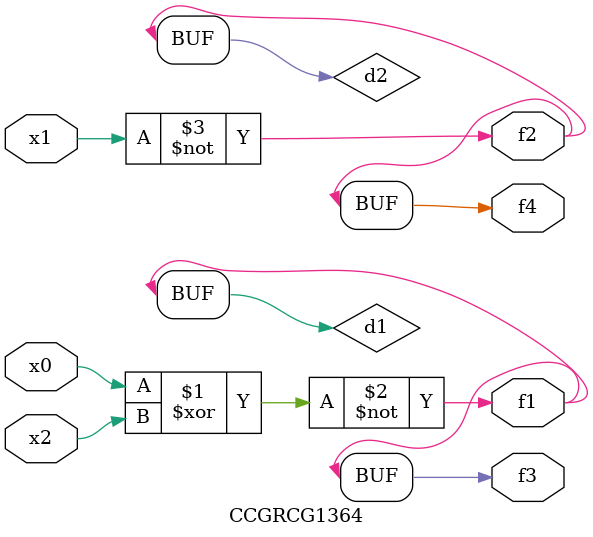
<source format=v>
module CCGRCG1364(
	input x0, x1, x2,
	output f1, f2, f3, f4
);

	wire d1, d2, d3;

	xnor (d1, x0, x2);
	nand (d2, x1);
	nor (d3, x1, x2);
	assign f1 = d1;
	assign f2 = d2;
	assign f3 = d1;
	assign f4 = d2;
endmodule

</source>
